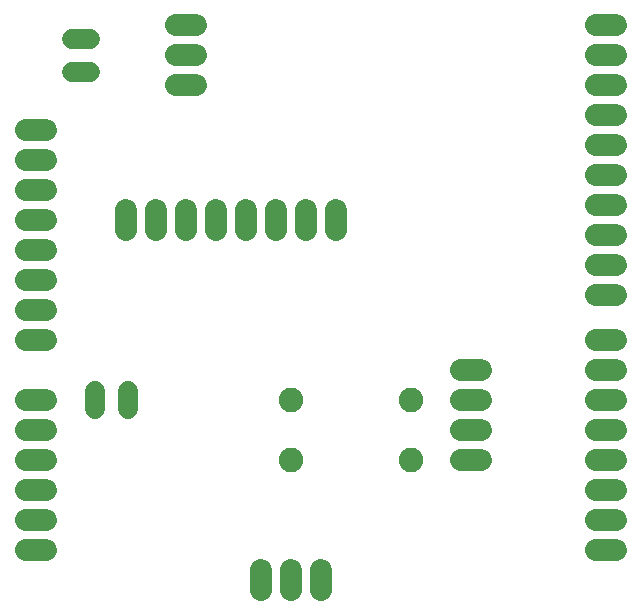
<source format=gbs>
G75*
%MOIN*%
%OFA0B0*%
%FSLAX24Y24*%
%IPPOS*%
%LPD*%
%AMOC8*
5,1,8,0,0,1.08239X$1,22.5*
%
%ADD10C,0.0740*%
%ADD11C,0.0820*%
%ADD12C,0.0680*%
D10*
X001890Y003220D02*
X002550Y003220D01*
X002550Y004220D02*
X001890Y004220D01*
X001890Y005220D02*
X002550Y005220D01*
X002550Y006220D02*
X001890Y006220D01*
X001890Y007220D02*
X002550Y007220D01*
X002550Y008220D02*
X001890Y008220D01*
X001890Y010220D02*
X002550Y010220D01*
X002550Y011220D02*
X001890Y011220D01*
X001890Y012220D02*
X002550Y012220D01*
X002550Y013220D02*
X001890Y013220D01*
X001890Y014220D02*
X002550Y014220D01*
X002550Y015220D02*
X001890Y015220D01*
X001890Y016220D02*
X002550Y016220D01*
X002550Y017220D02*
X001890Y017220D01*
X005220Y014550D02*
X005220Y013890D01*
X006220Y013890D02*
X006220Y014550D01*
X007220Y014550D02*
X007220Y013890D01*
X008220Y013890D02*
X008220Y014550D01*
X009220Y014550D02*
X009220Y013890D01*
X010220Y013890D02*
X010220Y014550D01*
X011220Y014550D02*
X011220Y013890D01*
X012220Y013890D02*
X012220Y014550D01*
X016390Y009220D02*
X017050Y009220D01*
X017050Y008220D02*
X016390Y008220D01*
X016390Y007220D02*
X017050Y007220D01*
X017050Y006220D02*
X016390Y006220D01*
X020890Y006220D02*
X021550Y006220D01*
X021550Y007220D02*
X020890Y007220D01*
X020890Y008220D02*
X021550Y008220D01*
X021550Y009220D02*
X020890Y009220D01*
X020890Y010220D02*
X021550Y010220D01*
X021550Y011720D02*
X020890Y011720D01*
X020890Y012720D02*
X021550Y012720D01*
X021550Y013720D02*
X020890Y013720D01*
X020890Y014720D02*
X021550Y014720D01*
X021550Y015720D02*
X020890Y015720D01*
X020890Y016720D02*
X021550Y016720D01*
X021550Y017720D02*
X020890Y017720D01*
X020890Y018720D02*
X021550Y018720D01*
X021550Y019720D02*
X020890Y019720D01*
X020890Y020720D02*
X021550Y020720D01*
X021550Y005220D02*
X020890Y005220D01*
X020890Y004220D02*
X021550Y004220D01*
X021550Y003220D02*
X020890Y003220D01*
X011720Y002550D02*
X011720Y001890D01*
X010720Y001890D02*
X010720Y002550D01*
X009720Y002550D02*
X009720Y001890D01*
X007550Y018720D02*
X006890Y018720D01*
X006890Y019720D02*
X007550Y019720D01*
X007550Y020720D02*
X006890Y020720D01*
D11*
X010720Y008220D03*
X010720Y006220D03*
X014720Y006220D03*
X014720Y008220D03*
D12*
X005270Y008520D02*
X005270Y007920D01*
X004170Y007920D02*
X004170Y008520D01*
X004020Y019170D02*
X003420Y019170D01*
X003420Y020270D02*
X004020Y020270D01*
M02*

</source>
